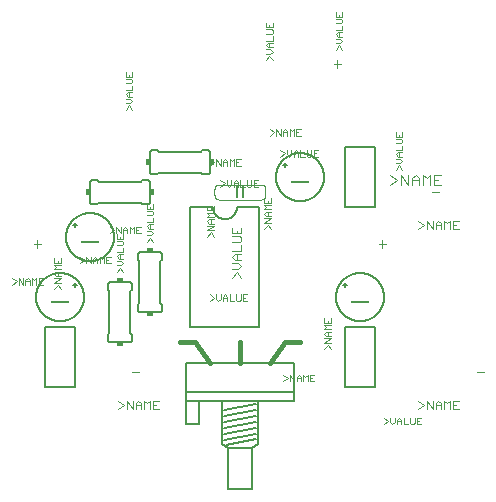
<source format=gto>
G75*
%MOIN*%
%OFA0B0*%
%FSLAX25Y25*%
%IPPOS*%
%LPD*%
%AMOC8*
5,1,8,0,0,1.08239X$1,22.5*
%
%ADD10C,0.00600*%
%ADD11C,0.00200*%
%ADD12R,0.06400X0.01000*%
%ADD13C,0.00400*%
%ADD14R,0.01000X0.04000*%
%ADD15C,0.00300*%
%ADD16C,0.00500*%
%ADD17R,0.01500X0.02000*%
%ADD18C,0.00800*%
%ADD19C,0.01600*%
%ADD20R,0.02000X0.01500*%
D10*
X0073627Y0051337D02*
X0073627Y0052837D01*
X0074127Y0053337D01*
X0074127Y0067337D01*
X0073627Y0067837D01*
X0073627Y0069337D01*
X0073629Y0069397D01*
X0073634Y0069458D01*
X0073643Y0069517D01*
X0073656Y0069576D01*
X0073672Y0069635D01*
X0073692Y0069692D01*
X0073715Y0069747D01*
X0073742Y0069802D01*
X0073771Y0069854D01*
X0073804Y0069905D01*
X0073840Y0069954D01*
X0073878Y0070000D01*
X0073920Y0070044D01*
X0073964Y0070086D01*
X0074010Y0070124D01*
X0074059Y0070160D01*
X0074110Y0070193D01*
X0074162Y0070222D01*
X0074217Y0070249D01*
X0074272Y0070272D01*
X0074329Y0070292D01*
X0074388Y0070308D01*
X0074447Y0070321D01*
X0074506Y0070330D01*
X0074567Y0070335D01*
X0074627Y0070337D01*
X0080627Y0070337D01*
X0080687Y0070335D01*
X0080748Y0070330D01*
X0080807Y0070321D01*
X0080866Y0070308D01*
X0080925Y0070292D01*
X0080982Y0070272D01*
X0081037Y0070249D01*
X0081092Y0070222D01*
X0081144Y0070193D01*
X0081195Y0070160D01*
X0081244Y0070124D01*
X0081290Y0070086D01*
X0081334Y0070044D01*
X0081376Y0070000D01*
X0081414Y0069954D01*
X0081450Y0069905D01*
X0081483Y0069854D01*
X0081512Y0069802D01*
X0081539Y0069747D01*
X0081562Y0069692D01*
X0081582Y0069635D01*
X0081598Y0069576D01*
X0081611Y0069517D01*
X0081620Y0069458D01*
X0081625Y0069397D01*
X0081627Y0069337D01*
X0081627Y0067837D01*
X0081127Y0067337D01*
X0081127Y0053337D01*
X0081627Y0052837D01*
X0081627Y0051337D01*
X0081625Y0051277D01*
X0081620Y0051216D01*
X0081611Y0051157D01*
X0081598Y0051098D01*
X0081582Y0051039D01*
X0081562Y0050982D01*
X0081539Y0050927D01*
X0081512Y0050872D01*
X0081483Y0050820D01*
X0081450Y0050769D01*
X0081414Y0050720D01*
X0081376Y0050674D01*
X0081334Y0050630D01*
X0081290Y0050588D01*
X0081244Y0050550D01*
X0081195Y0050514D01*
X0081144Y0050481D01*
X0081092Y0050452D01*
X0081037Y0050425D01*
X0080982Y0050402D01*
X0080925Y0050382D01*
X0080866Y0050366D01*
X0080807Y0050353D01*
X0080748Y0050344D01*
X0080687Y0050339D01*
X0080627Y0050337D01*
X0074627Y0050337D01*
X0074567Y0050339D01*
X0074506Y0050344D01*
X0074447Y0050353D01*
X0074388Y0050366D01*
X0074329Y0050382D01*
X0074272Y0050402D01*
X0074217Y0050425D01*
X0074162Y0050452D01*
X0074110Y0050481D01*
X0074059Y0050514D01*
X0074010Y0050550D01*
X0073964Y0050588D01*
X0073920Y0050630D01*
X0073878Y0050674D01*
X0073840Y0050720D01*
X0073804Y0050769D01*
X0073771Y0050820D01*
X0073742Y0050872D01*
X0073715Y0050927D01*
X0073692Y0050982D01*
X0073672Y0051039D01*
X0073656Y0051098D01*
X0073643Y0051157D01*
X0073634Y0051216D01*
X0073629Y0051277D01*
X0073627Y0051337D01*
X0073629Y0051277D01*
X0073634Y0051216D01*
X0073643Y0051157D01*
X0073656Y0051098D01*
X0073672Y0051039D01*
X0073692Y0050982D01*
X0073715Y0050927D01*
X0073742Y0050872D01*
X0073771Y0050820D01*
X0073804Y0050769D01*
X0073840Y0050720D01*
X0073878Y0050674D01*
X0073920Y0050630D01*
X0073964Y0050588D01*
X0074010Y0050550D01*
X0074059Y0050514D01*
X0074110Y0050481D01*
X0074162Y0050452D01*
X0074217Y0050425D01*
X0074272Y0050402D01*
X0074329Y0050382D01*
X0074388Y0050366D01*
X0074447Y0050353D01*
X0074506Y0050344D01*
X0074567Y0050339D01*
X0074627Y0050337D01*
X0080627Y0050337D02*
X0080687Y0050339D01*
X0080748Y0050344D01*
X0080807Y0050353D01*
X0080866Y0050366D01*
X0080925Y0050382D01*
X0080982Y0050402D01*
X0081037Y0050425D01*
X0081092Y0050452D01*
X0081144Y0050481D01*
X0081195Y0050514D01*
X0081244Y0050550D01*
X0081290Y0050588D01*
X0081334Y0050630D01*
X0081376Y0050674D01*
X0081414Y0050720D01*
X0081450Y0050769D01*
X0081483Y0050820D01*
X0081512Y0050872D01*
X0081539Y0050927D01*
X0081562Y0050982D01*
X0081582Y0051039D01*
X0081598Y0051098D01*
X0081611Y0051157D01*
X0081620Y0051216D01*
X0081625Y0051277D01*
X0081627Y0051337D01*
X0084627Y0060337D02*
X0090627Y0060337D01*
X0090687Y0060339D01*
X0090748Y0060344D01*
X0090807Y0060353D01*
X0090866Y0060366D01*
X0090925Y0060382D01*
X0090982Y0060402D01*
X0091037Y0060425D01*
X0091092Y0060452D01*
X0091144Y0060481D01*
X0091195Y0060514D01*
X0091244Y0060550D01*
X0091290Y0060588D01*
X0091334Y0060630D01*
X0091376Y0060674D01*
X0091414Y0060720D01*
X0091450Y0060769D01*
X0091483Y0060820D01*
X0091512Y0060872D01*
X0091539Y0060927D01*
X0091562Y0060982D01*
X0091582Y0061039D01*
X0091598Y0061098D01*
X0091611Y0061157D01*
X0091620Y0061216D01*
X0091625Y0061277D01*
X0091627Y0061337D01*
X0091627Y0062837D01*
X0091127Y0063337D01*
X0091127Y0077337D01*
X0091627Y0077837D01*
X0091627Y0079337D01*
X0091625Y0079397D01*
X0091620Y0079458D01*
X0091611Y0079517D01*
X0091598Y0079576D01*
X0091582Y0079635D01*
X0091562Y0079692D01*
X0091539Y0079747D01*
X0091512Y0079802D01*
X0091483Y0079854D01*
X0091450Y0079905D01*
X0091414Y0079954D01*
X0091376Y0080000D01*
X0091334Y0080044D01*
X0091290Y0080086D01*
X0091244Y0080124D01*
X0091195Y0080160D01*
X0091144Y0080193D01*
X0091092Y0080222D01*
X0091037Y0080249D01*
X0090982Y0080272D01*
X0090925Y0080292D01*
X0090866Y0080308D01*
X0090807Y0080321D01*
X0090748Y0080330D01*
X0090687Y0080335D01*
X0090627Y0080337D01*
X0084627Y0080337D01*
X0084567Y0080335D01*
X0084506Y0080330D01*
X0084447Y0080321D01*
X0084388Y0080308D01*
X0084329Y0080292D01*
X0084272Y0080272D01*
X0084217Y0080249D01*
X0084162Y0080222D01*
X0084110Y0080193D01*
X0084059Y0080160D01*
X0084010Y0080124D01*
X0083964Y0080086D01*
X0083920Y0080044D01*
X0083878Y0080000D01*
X0083840Y0079954D01*
X0083804Y0079905D01*
X0083771Y0079854D01*
X0083742Y0079802D01*
X0083715Y0079747D01*
X0083692Y0079692D01*
X0083672Y0079635D01*
X0083656Y0079576D01*
X0083643Y0079517D01*
X0083634Y0079458D01*
X0083629Y0079397D01*
X0083627Y0079337D01*
X0083627Y0077837D01*
X0084127Y0077337D01*
X0084127Y0063337D01*
X0083627Y0062837D01*
X0083627Y0061337D01*
X0083629Y0061277D01*
X0083634Y0061216D01*
X0083643Y0061157D01*
X0083656Y0061098D01*
X0083672Y0061039D01*
X0083692Y0060982D01*
X0083715Y0060927D01*
X0083742Y0060872D01*
X0083771Y0060820D01*
X0083804Y0060769D01*
X0083840Y0060720D01*
X0083878Y0060674D01*
X0083920Y0060630D01*
X0083964Y0060588D01*
X0084010Y0060550D01*
X0084059Y0060514D01*
X0084110Y0060481D01*
X0084162Y0060452D01*
X0084217Y0060425D01*
X0084272Y0060402D01*
X0084329Y0060382D01*
X0084388Y0060366D01*
X0084447Y0060353D01*
X0084506Y0060344D01*
X0084567Y0060339D01*
X0084627Y0060337D01*
X0084567Y0060339D01*
X0084506Y0060344D01*
X0084447Y0060353D01*
X0084388Y0060366D01*
X0084329Y0060382D01*
X0084272Y0060402D01*
X0084217Y0060425D01*
X0084162Y0060452D01*
X0084110Y0060481D01*
X0084059Y0060514D01*
X0084010Y0060550D01*
X0083964Y0060588D01*
X0083920Y0060630D01*
X0083878Y0060674D01*
X0083840Y0060720D01*
X0083804Y0060769D01*
X0083771Y0060820D01*
X0083742Y0060872D01*
X0083715Y0060927D01*
X0083692Y0060982D01*
X0083672Y0061039D01*
X0083656Y0061098D01*
X0083643Y0061157D01*
X0083634Y0061216D01*
X0083629Y0061277D01*
X0083627Y0061337D01*
X0090627Y0060337D02*
X0090687Y0060339D01*
X0090748Y0060344D01*
X0090807Y0060353D01*
X0090866Y0060366D01*
X0090925Y0060382D01*
X0090982Y0060402D01*
X0091037Y0060425D01*
X0091092Y0060452D01*
X0091144Y0060481D01*
X0091195Y0060514D01*
X0091244Y0060550D01*
X0091290Y0060588D01*
X0091334Y0060630D01*
X0091376Y0060674D01*
X0091414Y0060720D01*
X0091450Y0060769D01*
X0091483Y0060820D01*
X0091512Y0060872D01*
X0091539Y0060927D01*
X0091562Y0060982D01*
X0091582Y0061039D01*
X0091598Y0061098D01*
X0091611Y0061157D01*
X0091620Y0061216D01*
X0091625Y0061277D01*
X0091627Y0061337D01*
X0101127Y0055337D02*
X0124127Y0055337D01*
X0124127Y0095337D01*
X0116627Y0095337D01*
X0116625Y0095211D01*
X0116619Y0095086D01*
X0116609Y0094961D01*
X0116595Y0094836D01*
X0116578Y0094711D01*
X0116556Y0094587D01*
X0116531Y0094464D01*
X0116501Y0094342D01*
X0116468Y0094221D01*
X0116431Y0094101D01*
X0116391Y0093982D01*
X0116346Y0093865D01*
X0116298Y0093748D01*
X0116246Y0093634D01*
X0116191Y0093521D01*
X0116132Y0093410D01*
X0116070Y0093301D01*
X0116004Y0093194D01*
X0115935Y0093089D01*
X0115863Y0092986D01*
X0115788Y0092885D01*
X0115709Y0092787D01*
X0115627Y0092692D01*
X0115543Y0092599D01*
X0115455Y0092509D01*
X0115365Y0092421D01*
X0115272Y0092337D01*
X0115177Y0092255D01*
X0115079Y0092176D01*
X0114978Y0092101D01*
X0114875Y0092029D01*
X0114770Y0091960D01*
X0114663Y0091894D01*
X0114554Y0091832D01*
X0114443Y0091773D01*
X0114330Y0091718D01*
X0114216Y0091666D01*
X0114099Y0091618D01*
X0113982Y0091573D01*
X0113863Y0091533D01*
X0113743Y0091496D01*
X0113622Y0091463D01*
X0113500Y0091433D01*
X0113377Y0091408D01*
X0113253Y0091386D01*
X0113128Y0091369D01*
X0113003Y0091355D01*
X0112878Y0091345D01*
X0112753Y0091339D01*
X0112627Y0091337D01*
X0112501Y0091339D01*
X0112376Y0091345D01*
X0112251Y0091355D01*
X0112126Y0091369D01*
X0112001Y0091386D01*
X0111877Y0091408D01*
X0111754Y0091433D01*
X0111632Y0091463D01*
X0111511Y0091496D01*
X0111391Y0091533D01*
X0111272Y0091573D01*
X0111155Y0091618D01*
X0111038Y0091666D01*
X0110924Y0091718D01*
X0110811Y0091773D01*
X0110700Y0091832D01*
X0110591Y0091894D01*
X0110484Y0091960D01*
X0110379Y0092029D01*
X0110276Y0092101D01*
X0110175Y0092176D01*
X0110077Y0092255D01*
X0109982Y0092337D01*
X0109889Y0092421D01*
X0109799Y0092509D01*
X0109711Y0092599D01*
X0109627Y0092692D01*
X0109545Y0092787D01*
X0109466Y0092885D01*
X0109391Y0092986D01*
X0109319Y0093089D01*
X0109250Y0093194D01*
X0109184Y0093301D01*
X0109122Y0093410D01*
X0109063Y0093521D01*
X0109008Y0093634D01*
X0108956Y0093748D01*
X0108908Y0093865D01*
X0108863Y0093982D01*
X0108823Y0094101D01*
X0108786Y0094221D01*
X0108753Y0094342D01*
X0108723Y0094464D01*
X0108698Y0094587D01*
X0108676Y0094711D01*
X0108659Y0094836D01*
X0108645Y0094961D01*
X0108635Y0095086D01*
X0108629Y0095211D01*
X0108627Y0095337D01*
X0101127Y0095337D01*
X0101127Y0055337D01*
X0081627Y0069337D02*
X0081625Y0069397D01*
X0081620Y0069458D01*
X0081611Y0069517D01*
X0081598Y0069576D01*
X0081582Y0069635D01*
X0081562Y0069692D01*
X0081539Y0069747D01*
X0081512Y0069802D01*
X0081483Y0069854D01*
X0081450Y0069905D01*
X0081414Y0069954D01*
X0081376Y0070000D01*
X0081334Y0070044D01*
X0081290Y0070086D01*
X0081244Y0070124D01*
X0081195Y0070160D01*
X0081144Y0070193D01*
X0081092Y0070222D01*
X0081037Y0070249D01*
X0080982Y0070272D01*
X0080925Y0070292D01*
X0080866Y0070308D01*
X0080807Y0070321D01*
X0080748Y0070330D01*
X0080687Y0070335D01*
X0080627Y0070337D01*
X0074627Y0070337D02*
X0074567Y0070335D01*
X0074506Y0070330D01*
X0074447Y0070321D01*
X0074388Y0070308D01*
X0074329Y0070292D01*
X0074272Y0070272D01*
X0074217Y0070249D01*
X0074162Y0070222D01*
X0074110Y0070193D01*
X0074059Y0070160D01*
X0074010Y0070124D01*
X0073964Y0070086D01*
X0073920Y0070044D01*
X0073878Y0070000D01*
X0073840Y0069954D01*
X0073804Y0069905D01*
X0073771Y0069854D01*
X0073742Y0069802D01*
X0073715Y0069747D01*
X0073692Y0069692D01*
X0073672Y0069635D01*
X0073656Y0069576D01*
X0073643Y0069517D01*
X0073634Y0069458D01*
X0073629Y0069397D01*
X0073627Y0069337D01*
X0063377Y0069337D02*
X0062627Y0069337D01*
X0062627Y0068587D01*
X0062627Y0069337D02*
X0061877Y0069337D01*
X0062627Y0069337D02*
X0062627Y0070087D01*
X0049627Y0065337D02*
X0049629Y0065533D01*
X0049637Y0065730D01*
X0049649Y0065926D01*
X0049666Y0066121D01*
X0049687Y0066316D01*
X0049714Y0066511D01*
X0049745Y0066705D01*
X0049781Y0066898D01*
X0049821Y0067090D01*
X0049867Y0067281D01*
X0049917Y0067471D01*
X0049971Y0067659D01*
X0050031Y0067846D01*
X0050095Y0068032D01*
X0050163Y0068216D01*
X0050236Y0068398D01*
X0050313Y0068579D01*
X0050395Y0068757D01*
X0050481Y0068934D01*
X0050572Y0069108D01*
X0050666Y0069280D01*
X0050765Y0069450D01*
X0050868Y0069617D01*
X0050975Y0069782D01*
X0051086Y0069943D01*
X0051201Y0070103D01*
X0051320Y0070259D01*
X0051443Y0070412D01*
X0051569Y0070562D01*
X0051699Y0070709D01*
X0051833Y0070853D01*
X0051970Y0070994D01*
X0052111Y0071131D01*
X0052255Y0071265D01*
X0052402Y0071395D01*
X0052552Y0071521D01*
X0052705Y0071644D01*
X0052861Y0071763D01*
X0053021Y0071878D01*
X0053182Y0071989D01*
X0053347Y0072096D01*
X0053514Y0072199D01*
X0053684Y0072298D01*
X0053856Y0072392D01*
X0054030Y0072483D01*
X0054207Y0072569D01*
X0054385Y0072651D01*
X0054566Y0072728D01*
X0054748Y0072801D01*
X0054932Y0072869D01*
X0055118Y0072933D01*
X0055305Y0072993D01*
X0055493Y0073047D01*
X0055683Y0073097D01*
X0055874Y0073143D01*
X0056066Y0073183D01*
X0056259Y0073219D01*
X0056453Y0073250D01*
X0056648Y0073277D01*
X0056843Y0073298D01*
X0057038Y0073315D01*
X0057234Y0073327D01*
X0057431Y0073335D01*
X0057627Y0073337D01*
X0057823Y0073335D01*
X0058020Y0073327D01*
X0058216Y0073315D01*
X0058411Y0073298D01*
X0058606Y0073277D01*
X0058801Y0073250D01*
X0058995Y0073219D01*
X0059188Y0073183D01*
X0059380Y0073143D01*
X0059571Y0073097D01*
X0059761Y0073047D01*
X0059949Y0072993D01*
X0060136Y0072933D01*
X0060322Y0072869D01*
X0060506Y0072801D01*
X0060688Y0072728D01*
X0060869Y0072651D01*
X0061047Y0072569D01*
X0061224Y0072483D01*
X0061398Y0072392D01*
X0061570Y0072298D01*
X0061740Y0072199D01*
X0061907Y0072096D01*
X0062072Y0071989D01*
X0062233Y0071878D01*
X0062393Y0071763D01*
X0062549Y0071644D01*
X0062702Y0071521D01*
X0062852Y0071395D01*
X0062999Y0071265D01*
X0063143Y0071131D01*
X0063284Y0070994D01*
X0063421Y0070853D01*
X0063555Y0070709D01*
X0063685Y0070562D01*
X0063811Y0070412D01*
X0063934Y0070259D01*
X0064053Y0070103D01*
X0064168Y0069943D01*
X0064279Y0069782D01*
X0064386Y0069617D01*
X0064489Y0069450D01*
X0064588Y0069280D01*
X0064682Y0069108D01*
X0064773Y0068934D01*
X0064859Y0068757D01*
X0064941Y0068579D01*
X0065018Y0068398D01*
X0065091Y0068216D01*
X0065159Y0068032D01*
X0065223Y0067846D01*
X0065283Y0067659D01*
X0065337Y0067471D01*
X0065387Y0067281D01*
X0065433Y0067090D01*
X0065473Y0066898D01*
X0065509Y0066705D01*
X0065540Y0066511D01*
X0065567Y0066316D01*
X0065588Y0066121D01*
X0065605Y0065926D01*
X0065617Y0065730D01*
X0065625Y0065533D01*
X0065627Y0065337D01*
X0065625Y0065141D01*
X0065617Y0064944D01*
X0065605Y0064748D01*
X0065588Y0064553D01*
X0065567Y0064358D01*
X0065540Y0064163D01*
X0065509Y0063969D01*
X0065473Y0063776D01*
X0065433Y0063584D01*
X0065387Y0063393D01*
X0065337Y0063203D01*
X0065283Y0063015D01*
X0065223Y0062828D01*
X0065159Y0062642D01*
X0065091Y0062458D01*
X0065018Y0062276D01*
X0064941Y0062095D01*
X0064859Y0061917D01*
X0064773Y0061740D01*
X0064682Y0061566D01*
X0064588Y0061394D01*
X0064489Y0061224D01*
X0064386Y0061057D01*
X0064279Y0060892D01*
X0064168Y0060731D01*
X0064053Y0060571D01*
X0063934Y0060415D01*
X0063811Y0060262D01*
X0063685Y0060112D01*
X0063555Y0059965D01*
X0063421Y0059821D01*
X0063284Y0059680D01*
X0063143Y0059543D01*
X0062999Y0059409D01*
X0062852Y0059279D01*
X0062702Y0059153D01*
X0062549Y0059030D01*
X0062393Y0058911D01*
X0062233Y0058796D01*
X0062072Y0058685D01*
X0061907Y0058578D01*
X0061740Y0058475D01*
X0061570Y0058376D01*
X0061398Y0058282D01*
X0061224Y0058191D01*
X0061047Y0058105D01*
X0060869Y0058023D01*
X0060688Y0057946D01*
X0060506Y0057873D01*
X0060322Y0057805D01*
X0060136Y0057741D01*
X0059949Y0057681D01*
X0059761Y0057627D01*
X0059571Y0057577D01*
X0059380Y0057531D01*
X0059188Y0057491D01*
X0058995Y0057455D01*
X0058801Y0057424D01*
X0058606Y0057397D01*
X0058411Y0057376D01*
X0058216Y0057359D01*
X0058020Y0057347D01*
X0057823Y0057339D01*
X0057627Y0057337D01*
X0057431Y0057339D01*
X0057234Y0057347D01*
X0057038Y0057359D01*
X0056843Y0057376D01*
X0056648Y0057397D01*
X0056453Y0057424D01*
X0056259Y0057455D01*
X0056066Y0057491D01*
X0055874Y0057531D01*
X0055683Y0057577D01*
X0055493Y0057627D01*
X0055305Y0057681D01*
X0055118Y0057741D01*
X0054932Y0057805D01*
X0054748Y0057873D01*
X0054566Y0057946D01*
X0054385Y0058023D01*
X0054207Y0058105D01*
X0054030Y0058191D01*
X0053856Y0058282D01*
X0053684Y0058376D01*
X0053514Y0058475D01*
X0053347Y0058578D01*
X0053182Y0058685D01*
X0053021Y0058796D01*
X0052861Y0058911D01*
X0052705Y0059030D01*
X0052552Y0059153D01*
X0052402Y0059279D01*
X0052255Y0059409D01*
X0052111Y0059543D01*
X0051970Y0059680D01*
X0051833Y0059821D01*
X0051699Y0059965D01*
X0051569Y0060112D01*
X0051443Y0060262D01*
X0051320Y0060415D01*
X0051201Y0060571D01*
X0051086Y0060731D01*
X0050975Y0060892D01*
X0050868Y0061057D01*
X0050765Y0061224D01*
X0050666Y0061394D01*
X0050572Y0061566D01*
X0050481Y0061740D01*
X0050395Y0061917D01*
X0050313Y0062095D01*
X0050236Y0062276D01*
X0050163Y0062458D01*
X0050095Y0062642D01*
X0050031Y0062828D01*
X0049971Y0063015D01*
X0049917Y0063203D01*
X0049867Y0063393D01*
X0049821Y0063584D01*
X0049781Y0063776D01*
X0049745Y0063969D01*
X0049714Y0064163D01*
X0049687Y0064358D01*
X0049666Y0064553D01*
X0049649Y0064748D01*
X0049637Y0064944D01*
X0049629Y0065141D01*
X0049627Y0065337D01*
X0059627Y0085337D02*
X0059629Y0085533D01*
X0059637Y0085730D01*
X0059649Y0085926D01*
X0059666Y0086121D01*
X0059687Y0086316D01*
X0059714Y0086511D01*
X0059745Y0086705D01*
X0059781Y0086898D01*
X0059821Y0087090D01*
X0059867Y0087281D01*
X0059917Y0087471D01*
X0059971Y0087659D01*
X0060031Y0087846D01*
X0060095Y0088032D01*
X0060163Y0088216D01*
X0060236Y0088398D01*
X0060313Y0088579D01*
X0060395Y0088757D01*
X0060481Y0088934D01*
X0060572Y0089108D01*
X0060666Y0089280D01*
X0060765Y0089450D01*
X0060868Y0089617D01*
X0060975Y0089782D01*
X0061086Y0089943D01*
X0061201Y0090103D01*
X0061320Y0090259D01*
X0061443Y0090412D01*
X0061569Y0090562D01*
X0061699Y0090709D01*
X0061833Y0090853D01*
X0061970Y0090994D01*
X0062111Y0091131D01*
X0062255Y0091265D01*
X0062402Y0091395D01*
X0062552Y0091521D01*
X0062705Y0091644D01*
X0062861Y0091763D01*
X0063021Y0091878D01*
X0063182Y0091989D01*
X0063347Y0092096D01*
X0063514Y0092199D01*
X0063684Y0092298D01*
X0063856Y0092392D01*
X0064030Y0092483D01*
X0064207Y0092569D01*
X0064385Y0092651D01*
X0064566Y0092728D01*
X0064748Y0092801D01*
X0064932Y0092869D01*
X0065118Y0092933D01*
X0065305Y0092993D01*
X0065493Y0093047D01*
X0065683Y0093097D01*
X0065874Y0093143D01*
X0066066Y0093183D01*
X0066259Y0093219D01*
X0066453Y0093250D01*
X0066648Y0093277D01*
X0066843Y0093298D01*
X0067038Y0093315D01*
X0067234Y0093327D01*
X0067431Y0093335D01*
X0067627Y0093337D01*
X0067823Y0093335D01*
X0068020Y0093327D01*
X0068216Y0093315D01*
X0068411Y0093298D01*
X0068606Y0093277D01*
X0068801Y0093250D01*
X0068995Y0093219D01*
X0069188Y0093183D01*
X0069380Y0093143D01*
X0069571Y0093097D01*
X0069761Y0093047D01*
X0069949Y0092993D01*
X0070136Y0092933D01*
X0070322Y0092869D01*
X0070506Y0092801D01*
X0070688Y0092728D01*
X0070869Y0092651D01*
X0071047Y0092569D01*
X0071224Y0092483D01*
X0071398Y0092392D01*
X0071570Y0092298D01*
X0071740Y0092199D01*
X0071907Y0092096D01*
X0072072Y0091989D01*
X0072233Y0091878D01*
X0072393Y0091763D01*
X0072549Y0091644D01*
X0072702Y0091521D01*
X0072852Y0091395D01*
X0072999Y0091265D01*
X0073143Y0091131D01*
X0073284Y0090994D01*
X0073421Y0090853D01*
X0073555Y0090709D01*
X0073685Y0090562D01*
X0073811Y0090412D01*
X0073934Y0090259D01*
X0074053Y0090103D01*
X0074168Y0089943D01*
X0074279Y0089782D01*
X0074386Y0089617D01*
X0074489Y0089450D01*
X0074588Y0089280D01*
X0074682Y0089108D01*
X0074773Y0088934D01*
X0074859Y0088757D01*
X0074941Y0088579D01*
X0075018Y0088398D01*
X0075091Y0088216D01*
X0075159Y0088032D01*
X0075223Y0087846D01*
X0075283Y0087659D01*
X0075337Y0087471D01*
X0075387Y0087281D01*
X0075433Y0087090D01*
X0075473Y0086898D01*
X0075509Y0086705D01*
X0075540Y0086511D01*
X0075567Y0086316D01*
X0075588Y0086121D01*
X0075605Y0085926D01*
X0075617Y0085730D01*
X0075625Y0085533D01*
X0075627Y0085337D01*
X0075625Y0085141D01*
X0075617Y0084944D01*
X0075605Y0084748D01*
X0075588Y0084553D01*
X0075567Y0084358D01*
X0075540Y0084163D01*
X0075509Y0083969D01*
X0075473Y0083776D01*
X0075433Y0083584D01*
X0075387Y0083393D01*
X0075337Y0083203D01*
X0075283Y0083015D01*
X0075223Y0082828D01*
X0075159Y0082642D01*
X0075091Y0082458D01*
X0075018Y0082276D01*
X0074941Y0082095D01*
X0074859Y0081917D01*
X0074773Y0081740D01*
X0074682Y0081566D01*
X0074588Y0081394D01*
X0074489Y0081224D01*
X0074386Y0081057D01*
X0074279Y0080892D01*
X0074168Y0080731D01*
X0074053Y0080571D01*
X0073934Y0080415D01*
X0073811Y0080262D01*
X0073685Y0080112D01*
X0073555Y0079965D01*
X0073421Y0079821D01*
X0073284Y0079680D01*
X0073143Y0079543D01*
X0072999Y0079409D01*
X0072852Y0079279D01*
X0072702Y0079153D01*
X0072549Y0079030D01*
X0072393Y0078911D01*
X0072233Y0078796D01*
X0072072Y0078685D01*
X0071907Y0078578D01*
X0071740Y0078475D01*
X0071570Y0078376D01*
X0071398Y0078282D01*
X0071224Y0078191D01*
X0071047Y0078105D01*
X0070869Y0078023D01*
X0070688Y0077946D01*
X0070506Y0077873D01*
X0070322Y0077805D01*
X0070136Y0077741D01*
X0069949Y0077681D01*
X0069761Y0077627D01*
X0069571Y0077577D01*
X0069380Y0077531D01*
X0069188Y0077491D01*
X0068995Y0077455D01*
X0068801Y0077424D01*
X0068606Y0077397D01*
X0068411Y0077376D01*
X0068216Y0077359D01*
X0068020Y0077347D01*
X0067823Y0077339D01*
X0067627Y0077337D01*
X0067431Y0077339D01*
X0067234Y0077347D01*
X0067038Y0077359D01*
X0066843Y0077376D01*
X0066648Y0077397D01*
X0066453Y0077424D01*
X0066259Y0077455D01*
X0066066Y0077491D01*
X0065874Y0077531D01*
X0065683Y0077577D01*
X0065493Y0077627D01*
X0065305Y0077681D01*
X0065118Y0077741D01*
X0064932Y0077805D01*
X0064748Y0077873D01*
X0064566Y0077946D01*
X0064385Y0078023D01*
X0064207Y0078105D01*
X0064030Y0078191D01*
X0063856Y0078282D01*
X0063684Y0078376D01*
X0063514Y0078475D01*
X0063347Y0078578D01*
X0063182Y0078685D01*
X0063021Y0078796D01*
X0062861Y0078911D01*
X0062705Y0079030D01*
X0062552Y0079153D01*
X0062402Y0079279D01*
X0062255Y0079409D01*
X0062111Y0079543D01*
X0061970Y0079680D01*
X0061833Y0079821D01*
X0061699Y0079965D01*
X0061569Y0080112D01*
X0061443Y0080262D01*
X0061320Y0080415D01*
X0061201Y0080571D01*
X0061086Y0080731D01*
X0060975Y0080892D01*
X0060868Y0081057D01*
X0060765Y0081224D01*
X0060666Y0081394D01*
X0060572Y0081566D01*
X0060481Y0081740D01*
X0060395Y0081917D01*
X0060313Y0082095D01*
X0060236Y0082276D01*
X0060163Y0082458D01*
X0060095Y0082642D01*
X0060031Y0082828D01*
X0059971Y0083015D01*
X0059917Y0083203D01*
X0059867Y0083393D01*
X0059821Y0083584D01*
X0059781Y0083776D01*
X0059745Y0083969D01*
X0059714Y0084163D01*
X0059687Y0084358D01*
X0059666Y0084553D01*
X0059649Y0084748D01*
X0059637Y0084944D01*
X0059629Y0085141D01*
X0059627Y0085337D01*
X0062627Y0088587D02*
X0062627Y0089337D01*
X0063377Y0089337D01*
X0062627Y0089337D02*
X0062627Y0090087D01*
X0062627Y0089337D02*
X0061877Y0089337D01*
X0068627Y0096337D02*
X0070127Y0096337D01*
X0070627Y0096837D01*
X0084627Y0096837D01*
X0085127Y0096337D01*
X0086627Y0096337D01*
X0086687Y0096339D01*
X0086748Y0096344D01*
X0086807Y0096353D01*
X0086866Y0096366D01*
X0086925Y0096382D01*
X0086982Y0096402D01*
X0087037Y0096425D01*
X0087092Y0096452D01*
X0087144Y0096481D01*
X0087195Y0096514D01*
X0087244Y0096550D01*
X0087290Y0096588D01*
X0087334Y0096630D01*
X0087376Y0096674D01*
X0087414Y0096720D01*
X0087450Y0096769D01*
X0087483Y0096820D01*
X0087512Y0096872D01*
X0087539Y0096927D01*
X0087562Y0096982D01*
X0087582Y0097039D01*
X0087598Y0097098D01*
X0087611Y0097157D01*
X0087620Y0097216D01*
X0087625Y0097277D01*
X0087627Y0097337D01*
X0087627Y0103337D01*
X0087625Y0103397D01*
X0087620Y0103458D01*
X0087611Y0103517D01*
X0087598Y0103576D01*
X0087582Y0103635D01*
X0087562Y0103692D01*
X0087539Y0103747D01*
X0087512Y0103802D01*
X0087483Y0103854D01*
X0087450Y0103905D01*
X0087414Y0103954D01*
X0087376Y0104000D01*
X0087334Y0104044D01*
X0087290Y0104086D01*
X0087244Y0104124D01*
X0087195Y0104160D01*
X0087144Y0104193D01*
X0087092Y0104222D01*
X0087037Y0104249D01*
X0086982Y0104272D01*
X0086925Y0104292D01*
X0086866Y0104308D01*
X0086807Y0104321D01*
X0086748Y0104330D01*
X0086687Y0104335D01*
X0086627Y0104337D01*
X0085127Y0104337D01*
X0084627Y0103837D01*
X0070627Y0103837D01*
X0070127Y0104337D01*
X0068627Y0104337D01*
X0068567Y0104335D01*
X0068506Y0104330D01*
X0068447Y0104321D01*
X0068388Y0104308D01*
X0068329Y0104292D01*
X0068272Y0104272D01*
X0068217Y0104249D01*
X0068162Y0104222D01*
X0068110Y0104193D01*
X0068059Y0104160D01*
X0068010Y0104124D01*
X0067964Y0104086D01*
X0067920Y0104044D01*
X0067878Y0104000D01*
X0067840Y0103954D01*
X0067804Y0103905D01*
X0067771Y0103854D01*
X0067742Y0103802D01*
X0067715Y0103747D01*
X0067692Y0103692D01*
X0067672Y0103635D01*
X0067656Y0103576D01*
X0067643Y0103517D01*
X0067634Y0103458D01*
X0067629Y0103397D01*
X0067627Y0103337D01*
X0067627Y0097337D01*
X0067629Y0097277D01*
X0067634Y0097216D01*
X0067643Y0097157D01*
X0067656Y0097098D01*
X0067672Y0097039D01*
X0067692Y0096982D01*
X0067715Y0096927D01*
X0067742Y0096872D01*
X0067771Y0096820D01*
X0067804Y0096769D01*
X0067840Y0096720D01*
X0067878Y0096674D01*
X0067920Y0096630D01*
X0067964Y0096588D01*
X0068010Y0096550D01*
X0068059Y0096514D01*
X0068110Y0096481D01*
X0068162Y0096452D01*
X0068217Y0096425D01*
X0068272Y0096402D01*
X0068329Y0096382D01*
X0068388Y0096366D01*
X0068447Y0096353D01*
X0068506Y0096344D01*
X0068567Y0096339D01*
X0068627Y0096337D01*
X0068567Y0096339D01*
X0068506Y0096344D01*
X0068447Y0096353D01*
X0068388Y0096366D01*
X0068329Y0096382D01*
X0068272Y0096402D01*
X0068217Y0096425D01*
X0068162Y0096452D01*
X0068110Y0096481D01*
X0068059Y0096514D01*
X0068010Y0096550D01*
X0067964Y0096588D01*
X0067920Y0096630D01*
X0067878Y0096674D01*
X0067840Y0096720D01*
X0067804Y0096769D01*
X0067771Y0096820D01*
X0067742Y0096872D01*
X0067715Y0096927D01*
X0067692Y0096982D01*
X0067672Y0097039D01*
X0067656Y0097098D01*
X0067643Y0097157D01*
X0067634Y0097216D01*
X0067629Y0097277D01*
X0067627Y0097337D01*
X0067627Y0103337D02*
X0067629Y0103397D01*
X0067634Y0103458D01*
X0067643Y0103517D01*
X0067656Y0103576D01*
X0067672Y0103635D01*
X0067692Y0103692D01*
X0067715Y0103747D01*
X0067742Y0103802D01*
X0067771Y0103854D01*
X0067804Y0103905D01*
X0067840Y0103954D01*
X0067878Y0104000D01*
X0067920Y0104044D01*
X0067964Y0104086D01*
X0068010Y0104124D01*
X0068059Y0104160D01*
X0068110Y0104193D01*
X0068162Y0104222D01*
X0068217Y0104249D01*
X0068272Y0104272D01*
X0068329Y0104292D01*
X0068388Y0104308D01*
X0068447Y0104321D01*
X0068506Y0104330D01*
X0068567Y0104335D01*
X0068627Y0104337D01*
X0086627Y0104337D02*
X0086687Y0104335D01*
X0086748Y0104330D01*
X0086807Y0104321D01*
X0086866Y0104308D01*
X0086925Y0104292D01*
X0086982Y0104272D01*
X0087037Y0104249D01*
X0087092Y0104222D01*
X0087144Y0104193D01*
X0087195Y0104160D01*
X0087244Y0104124D01*
X0087290Y0104086D01*
X0087334Y0104044D01*
X0087376Y0104000D01*
X0087414Y0103954D01*
X0087450Y0103905D01*
X0087483Y0103854D01*
X0087512Y0103802D01*
X0087539Y0103747D01*
X0087562Y0103692D01*
X0087582Y0103635D01*
X0087598Y0103576D01*
X0087611Y0103517D01*
X0087620Y0103458D01*
X0087625Y0103397D01*
X0087627Y0103337D01*
X0088627Y0106337D02*
X0090127Y0106337D01*
X0090627Y0106837D01*
X0104627Y0106837D01*
X0105127Y0106337D01*
X0106627Y0106337D01*
X0106687Y0106339D01*
X0106748Y0106344D01*
X0106807Y0106353D01*
X0106866Y0106366D01*
X0106925Y0106382D01*
X0106982Y0106402D01*
X0107037Y0106425D01*
X0107092Y0106452D01*
X0107144Y0106481D01*
X0107195Y0106514D01*
X0107244Y0106550D01*
X0107290Y0106588D01*
X0107334Y0106630D01*
X0107376Y0106674D01*
X0107414Y0106720D01*
X0107450Y0106769D01*
X0107483Y0106820D01*
X0107512Y0106872D01*
X0107539Y0106927D01*
X0107562Y0106982D01*
X0107582Y0107039D01*
X0107598Y0107098D01*
X0107611Y0107157D01*
X0107620Y0107216D01*
X0107625Y0107277D01*
X0107627Y0107337D01*
X0107627Y0113337D01*
X0107625Y0113397D01*
X0107620Y0113458D01*
X0107611Y0113517D01*
X0107598Y0113576D01*
X0107582Y0113635D01*
X0107562Y0113692D01*
X0107539Y0113747D01*
X0107512Y0113802D01*
X0107483Y0113854D01*
X0107450Y0113905D01*
X0107414Y0113954D01*
X0107376Y0114000D01*
X0107334Y0114044D01*
X0107290Y0114086D01*
X0107244Y0114124D01*
X0107195Y0114160D01*
X0107144Y0114193D01*
X0107092Y0114222D01*
X0107037Y0114249D01*
X0106982Y0114272D01*
X0106925Y0114292D01*
X0106866Y0114308D01*
X0106807Y0114321D01*
X0106748Y0114330D01*
X0106687Y0114335D01*
X0106627Y0114337D01*
X0105127Y0114337D01*
X0104627Y0113837D01*
X0090627Y0113837D01*
X0090127Y0114337D01*
X0088627Y0114337D01*
X0088567Y0114335D01*
X0088506Y0114330D01*
X0088447Y0114321D01*
X0088388Y0114308D01*
X0088329Y0114292D01*
X0088272Y0114272D01*
X0088217Y0114249D01*
X0088162Y0114222D01*
X0088110Y0114193D01*
X0088059Y0114160D01*
X0088010Y0114124D01*
X0087964Y0114086D01*
X0087920Y0114044D01*
X0087878Y0114000D01*
X0087840Y0113954D01*
X0087804Y0113905D01*
X0087771Y0113854D01*
X0087742Y0113802D01*
X0087715Y0113747D01*
X0087692Y0113692D01*
X0087672Y0113635D01*
X0087656Y0113576D01*
X0087643Y0113517D01*
X0087634Y0113458D01*
X0087629Y0113397D01*
X0087627Y0113337D01*
X0087627Y0107337D01*
X0087629Y0107277D01*
X0087634Y0107216D01*
X0087643Y0107157D01*
X0087656Y0107098D01*
X0087672Y0107039D01*
X0087692Y0106982D01*
X0087715Y0106927D01*
X0087742Y0106872D01*
X0087771Y0106820D01*
X0087804Y0106769D01*
X0087840Y0106720D01*
X0087878Y0106674D01*
X0087920Y0106630D01*
X0087964Y0106588D01*
X0088010Y0106550D01*
X0088059Y0106514D01*
X0088110Y0106481D01*
X0088162Y0106452D01*
X0088217Y0106425D01*
X0088272Y0106402D01*
X0088329Y0106382D01*
X0088388Y0106366D01*
X0088447Y0106353D01*
X0088506Y0106344D01*
X0088567Y0106339D01*
X0088627Y0106337D01*
X0088567Y0106339D01*
X0088506Y0106344D01*
X0088447Y0106353D01*
X0088388Y0106366D01*
X0088329Y0106382D01*
X0088272Y0106402D01*
X0088217Y0106425D01*
X0088162Y0106452D01*
X0088110Y0106481D01*
X0088059Y0106514D01*
X0088010Y0106550D01*
X0087964Y0106588D01*
X0087920Y0106630D01*
X0087878Y0106674D01*
X0087840Y0106720D01*
X0087804Y0106769D01*
X0087771Y0106820D01*
X0087742Y0106872D01*
X0087715Y0106927D01*
X0087692Y0106982D01*
X0087672Y0107039D01*
X0087656Y0107098D01*
X0087643Y0107157D01*
X0087634Y0107216D01*
X0087629Y0107277D01*
X0087627Y0107337D01*
X0087627Y0113337D02*
X0087629Y0113397D01*
X0087634Y0113458D01*
X0087643Y0113517D01*
X0087656Y0113576D01*
X0087672Y0113635D01*
X0087692Y0113692D01*
X0087715Y0113747D01*
X0087742Y0113802D01*
X0087771Y0113854D01*
X0087804Y0113905D01*
X0087840Y0113954D01*
X0087878Y0114000D01*
X0087920Y0114044D01*
X0087964Y0114086D01*
X0088010Y0114124D01*
X0088059Y0114160D01*
X0088110Y0114193D01*
X0088162Y0114222D01*
X0088217Y0114249D01*
X0088272Y0114272D01*
X0088329Y0114292D01*
X0088388Y0114308D01*
X0088447Y0114321D01*
X0088506Y0114330D01*
X0088567Y0114335D01*
X0088627Y0114337D01*
X0106627Y0114337D02*
X0106687Y0114335D01*
X0106748Y0114330D01*
X0106807Y0114321D01*
X0106866Y0114308D01*
X0106925Y0114292D01*
X0106982Y0114272D01*
X0107037Y0114249D01*
X0107092Y0114222D01*
X0107144Y0114193D01*
X0107195Y0114160D01*
X0107244Y0114124D01*
X0107290Y0114086D01*
X0107334Y0114044D01*
X0107376Y0114000D01*
X0107414Y0113954D01*
X0107450Y0113905D01*
X0107483Y0113854D01*
X0107512Y0113802D01*
X0107539Y0113747D01*
X0107562Y0113692D01*
X0107582Y0113635D01*
X0107598Y0113576D01*
X0107611Y0113517D01*
X0107620Y0113458D01*
X0107625Y0113397D01*
X0107627Y0113337D01*
X0107627Y0107337D02*
X0107625Y0107277D01*
X0107620Y0107216D01*
X0107611Y0107157D01*
X0107598Y0107098D01*
X0107582Y0107039D01*
X0107562Y0106982D01*
X0107539Y0106927D01*
X0107512Y0106872D01*
X0107483Y0106820D01*
X0107450Y0106769D01*
X0107414Y0106720D01*
X0107376Y0106674D01*
X0107334Y0106630D01*
X0107290Y0106588D01*
X0107244Y0106550D01*
X0107195Y0106514D01*
X0107144Y0106481D01*
X0107092Y0106452D01*
X0107037Y0106425D01*
X0106982Y0106402D01*
X0106925Y0106382D01*
X0106866Y0106366D01*
X0106807Y0106353D01*
X0106748Y0106344D01*
X0106687Y0106339D01*
X0106627Y0106337D01*
X0087627Y0097337D02*
X0087625Y0097277D01*
X0087620Y0097216D01*
X0087611Y0097157D01*
X0087598Y0097098D01*
X0087582Y0097039D01*
X0087562Y0096982D01*
X0087539Y0096927D01*
X0087512Y0096872D01*
X0087483Y0096820D01*
X0087450Y0096769D01*
X0087414Y0096720D01*
X0087376Y0096674D01*
X0087334Y0096630D01*
X0087290Y0096588D01*
X0087244Y0096550D01*
X0087195Y0096514D01*
X0087144Y0096481D01*
X0087092Y0096452D01*
X0087037Y0096425D01*
X0086982Y0096402D01*
X0086925Y0096382D01*
X0086866Y0096366D01*
X0086807Y0096353D01*
X0086748Y0096344D01*
X0086687Y0096339D01*
X0086627Y0096337D01*
X0084627Y0080337D02*
X0084567Y0080335D01*
X0084506Y0080330D01*
X0084447Y0080321D01*
X0084388Y0080308D01*
X0084329Y0080292D01*
X0084272Y0080272D01*
X0084217Y0080249D01*
X0084162Y0080222D01*
X0084110Y0080193D01*
X0084059Y0080160D01*
X0084010Y0080124D01*
X0083964Y0080086D01*
X0083920Y0080044D01*
X0083878Y0080000D01*
X0083840Y0079954D01*
X0083804Y0079905D01*
X0083771Y0079854D01*
X0083742Y0079802D01*
X0083715Y0079747D01*
X0083692Y0079692D01*
X0083672Y0079635D01*
X0083656Y0079576D01*
X0083643Y0079517D01*
X0083634Y0079458D01*
X0083629Y0079397D01*
X0083627Y0079337D01*
X0090627Y0080337D02*
X0090687Y0080335D01*
X0090748Y0080330D01*
X0090807Y0080321D01*
X0090866Y0080308D01*
X0090925Y0080292D01*
X0090982Y0080272D01*
X0091037Y0080249D01*
X0091092Y0080222D01*
X0091144Y0080193D01*
X0091195Y0080160D01*
X0091244Y0080124D01*
X0091290Y0080086D01*
X0091334Y0080044D01*
X0091376Y0080000D01*
X0091414Y0079954D01*
X0091450Y0079905D01*
X0091483Y0079854D01*
X0091512Y0079802D01*
X0091539Y0079747D01*
X0091562Y0079692D01*
X0091582Y0079635D01*
X0091598Y0079576D01*
X0091611Y0079517D01*
X0091620Y0079458D01*
X0091625Y0079397D01*
X0091627Y0079337D01*
X0131877Y0109337D02*
X0132627Y0109337D01*
X0133377Y0109337D01*
X0132627Y0109337D02*
X0132627Y0108587D01*
X0132627Y0109337D02*
X0132627Y0110087D01*
X0129627Y0105337D02*
X0129629Y0105533D01*
X0129637Y0105730D01*
X0129649Y0105926D01*
X0129666Y0106121D01*
X0129687Y0106316D01*
X0129714Y0106511D01*
X0129745Y0106705D01*
X0129781Y0106898D01*
X0129821Y0107090D01*
X0129867Y0107281D01*
X0129917Y0107471D01*
X0129971Y0107659D01*
X0130031Y0107846D01*
X0130095Y0108032D01*
X0130163Y0108216D01*
X0130236Y0108398D01*
X0130313Y0108579D01*
X0130395Y0108757D01*
X0130481Y0108934D01*
X0130572Y0109108D01*
X0130666Y0109280D01*
X0130765Y0109450D01*
X0130868Y0109617D01*
X0130975Y0109782D01*
X0131086Y0109943D01*
X0131201Y0110103D01*
X0131320Y0110259D01*
X0131443Y0110412D01*
X0131569Y0110562D01*
X0131699Y0110709D01*
X0131833Y0110853D01*
X0131970Y0110994D01*
X0132111Y0111131D01*
X0132255Y0111265D01*
X0132402Y0111395D01*
X0132552Y0111521D01*
X0132705Y0111644D01*
X0132861Y0111763D01*
X0133021Y0111878D01*
X0133182Y0111989D01*
X0133347Y0112096D01*
X0133514Y0112199D01*
X0133684Y0112298D01*
X0133856Y0112392D01*
X0134030Y0112483D01*
X0134207Y0112569D01*
X0134385Y0112651D01*
X0134566Y0112728D01*
X0134748Y0112801D01*
X0134932Y0112869D01*
X0135118Y0112933D01*
X0135305Y0112993D01*
X0135493Y0113047D01*
X0135683Y0113097D01*
X0135874Y0113143D01*
X0136066Y0113183D01*
X0136259Y0113219D01*
X0136453Y0113250D01*
X0136648Y0113277D01*
X0136843Y0113298D01*
X0137038Y0113315D01*
X0137234Y0113327D01*
X0137431Y0113335D01*
X0137627Y0113337D01*
X0137823Y0113335D01*
X0138020Y0113327D01*
X0138216Y0113315D01*
X0138411Y0113298D01*
X0138606Y0113277D01*
X0138801Y0113250D01*
X0138995Y0113219D01*
X0139188Y0113183D01*
X0139380Y0113143D01*
X0139571Y0113097D01*
X0139761Y0113047D01*
X0139949Y0112993D01*
X0140136Y0112933D01*
X0140322Y0112869D01*
X0140506Y0112801D01*
X0140688Y0112728D01*
X0140869Y0112651D01*
X0141047Y0112569D01*
X0141224Y0112483D01*
X0141398Y0112392D01*
X0141570Y0112298D01*
X0141740Y0112199D01*
X0141907Y0112096D01*
X0142072Y0111989D01*
X0142233Y0111878D01*
X0142393Y0111763D01*
X0142549Y0111644D01*
X0142702Y0111521D01*
X0142852Y0111395D01*
X0142999Y0111265D01*
X0143143Y0111131D01*
X0143284Y0110994D01*
X0143421Y0110853D01*
X0143555Y0110709D01*
X0143685Y0110562D01*
X0143811Y0110412D01*
X0143934Y0110259D01*
X0144053Y0110103D01*
X0144168Y0109943D01*
X0144279Y0109782D01*
X0144386Y0109617D01*
X0144489Y0109450D01*
X0144588Y0109280D01*
X0144682Y0109108D01*
X0144773Y0108934D01*
X0144859Y0108757D01*
X0144941Y0108579D01*
X0145018Y0108398D01*
X0145091Y0108216D01*
X0145159Y0108032D01*
X0145223Y0107846D01*
X0145283Y0107659D01*
X0145337Y0107471D01*
X0145387Y0107281D01*
X0145433Y0107090D01*
X0145473Y0106898D01*
X0145509Y0106705D01*
X0145540Y0106511D01*
X0145567Y0106316D01*
X0145588Y0106121D01*
X0145605Y0105926D01*
X0145617Y0105730D01*
X0145625Y0105533D01*
X0145627Y0105337D01*
X0145625Y0105141D01*
X0145617Y0104944D01*
X0145605Y0104748D01*
X0145588Y0104553D01*
X0145567Y0104358D01*
X0145540Y0104163D01*
X0145509Y0103969D01*
X0145473Y0103776D01*
X0145433Y0103584D01*
X0145387Y0103393D01*
X0145337Y0103203D01*
X0145283Y0103015D01*
X0145223Y0102828D01*
X0145159Y0102642D01*
X0145091Y0102458D01*
X0145018Y0102276D01*
X0144941Y0102095D01*
X0144859Y0101917D01*
X0144773Y0101740D01*
X0144682Y0101566D01*
X0144588Y0101394D01*
X0144489Y0101224D01*
X0144386Y0101057D01*
X0144279Y0100892D01*
X0144168Y0100731D01*
X0144053Y0100571D01*
X0143934Y0100415D01*
X0143811Y0100262D01*
X0143685Y0100112D01*
X0143555Y0099965D01*
X0143421Y0099821D01*
X0143284Y0099680D01*
X0143143Y0099543D01*
X0142999Y0099409D01*
X0142852Y0099279D01*
X0142702Y0099153D01*
X0142549Y0099030D01*
X0142393Y0098911D01*
X0142233Y0098796D01*
X0142072Y0098685D01*
X0141907Y0098578D01*
X0141740Y0098475D01*
X0141570Y0098376D01*
X0141398Y0098282D01*
X0141224Y0098191D01*
X0141047Y0098105D01*
X0140869Y0098023D01*
X0140688Y0097946D01*
X0140506Y0097873D01*
X0140322Y0097805D01*
X0140136Y0097741D01*
X0139949Y0097681D01*
X0139761Y0097627D01*
X0139571Y0097577D01*
X0139380Y0097531D01*
X0139188Y0097491D01*
X0138995Y0097455D01*
X0138801Y0097424D01*
X0138606Y0097397D01*
X0138411Y0097376D01*
X0138216Y0097359D01*
X0138020Y0097347D01*
X0137823Y0097339D01*
X0137627Y0097337D01*
X0137431Y0097339D01*
X0137234Y0097347D01*
X0137038Y0097359D01*
X0136843Y0097376D01*
X0136648Y0097397D01*
X0136453Y0097424D01*
X0136259Y0097455D01*
X0136066Y0097491D01*
X0135874Y0097531D01*
X0135683Y0097577D01*
X0135493Y0097627D01*
X0135305Y0097681D01*
X0135118Y0097741D01*
X0134932Y0097805D01*
X0134748Y0097873D01*
X0134566Y0097946D01*
X0134385Y0098023D01*
X0134207Y0098105D01*
X0134030Y0098191D01*
X0133856Y0098282D01*
X0133684Y0098376D01*
X0133514Y0098475D01*
X0133347Y0098578D01*
X0133182Y0098685D01*
X0133021Y0098796D01*
X0132861Y0098911D01*
X0132705Y0099030D01*
X0132552Y0099153D01*
X0132402Y0099279D01*
X0132255Y0099409D01*
X0132111Y0099543D01*
X0131970Y0099680D01*
X0131833Y0099821D01*
X0131699Y0099965D01*
X0131569Y0100112D01*
X0131443Y0100262D01*
X0131320Y0100415D01*
X0131201Y0100571D01*
X0131086Y0100731D01*
X0130975Y0100892D01*
X0130868Y0101057D01*
X0130765Y0101224D01*
X0130666Y0101394D01*
X0130572Y0101566D01*
X0130481Y0101740D01*
X0130395Y0101917D01*
X0130313Y0102095D01*
X0130236Y0102276D01*
X0130163Y0102458D01*
X0130095Y0102642D01*
X0130031Y0102828D01*
X0129971Y0103015D01*
X0129917Y0103203D01*
X0129867Y0103393D01*
X0129821Y0103584D01*
X0129781Y0103776D01*
X0129745Y0103969D01*
X0129714Y0104163D01*
X0129687Y0104358D01*
X0129666Y0104553D01*
X0129649Y0104748D01*
X0129637Y0104944D01*
X0129629Y0105141D01*
X0129627Y0105337D01*
X0152627Y0070087D02*
X0152627Y0069337D01*
X0153377Y0069337D01*
X0152627Y0069337D02*
X0152627Y0068587D01*
X0152627Y0069337D02*
X0151877Y0069337D01*
X0149627Y0065337D02*
X0149629Y0065533D01*
X0149637Y0065730D01*
X0149649Y0065926D01*
X0149666Y0066121D01*
X0149687Y0066316D01*
X0149714Y0066511D01*
X0149745Y0066705D01*
X0149781Y0066898D01*
X0149821Y0067090D01*
X0149867Y0067281D01*
X0149917Y0067471D01*
X0149971Y0067659D01*
X0150031Y0067846D01*
X0150095Y0068032D01*
X0150163Y0068216D01*
X0150236Y0068398D01*
X0150313Y0068579D01*
X0150395Y0068757D01*
X0150481Y0068934D01*
X0150572Y0069108D01*
X0150666Y0069280D01*
X0150765Y0069450D01*
X0150868Y0069617D01*
X0150975Y0069782D01*
X0151086Y0069943D01*
X0151201Y0070103D01*
X0151320Y0070259D01*
X0151443Y0070412D01*
X0151569Y0070562D01*
X0151699Y0070709D01*
X0151833Y0070853D01*
X0151970Y0070994D01*
X0152111Y0071131D01*
X0152255Y0071265D01*
X0152402Y0071395D01*
X0152552Y0071521D01*
X0152705Y0071644D01*
X0152861Y0071763D01*
X0153021Y0071878D01*
X0153182Y0071989D01*
X0153347Y0072096D01*
X0153514Y0072199D01*
X0153684Y0072298D01*
X0153856Y0072392D01*
X0154030Y0072483D01*
X0154207Y0072569D01*
X0154385Y0072651D01*
X0154566Y0072728D01*
X0154748Y0072801D01*
X0154932Y0072869D01*
X0155118Y0072933D01*
X0155305Y0072993D01*
X0155493Y0073047D01*
X0155683Y0073097D01*
X0155874Y0073143D01*
X0156066Y0073183D01*
X0156259Y0073219D01*
X0156453Y0073250D01*
X0156648Y0073277D01*
X0156843Y0073298D01*
X0157038Y0073315D01*
X0157234Y0073327D01*
X0157431Y0073335D01*
X0157627Y0073337D01*
X0157823Y0073335D01*
X0158020Y0073327D01*
X0158216Y0073315D01*
X0158411Y0073298D01*
X0158606Y0073277D01*
X0158801Y0073250D01*
X0158995Y0073219D01*
X0159188Y0073183D01*
X0159380Y0073143D01*
X0159571Y0073097D01*
X0159761Y0073047D01*
X0159949Y0072993D01*
X0160136Y0072933D01*
X0160322Y0072869D01*
X0160506Y0072801D01*
X0160688Y0072728D01*
X0160869Y0072651D01*
X0161047Y0072569D01*
X0161224Y0072483D01*
X0161398Y0072392D01*
X0161570Y0072298D01*
X0161740Y0072199D01*
X0161907Y0072096D01*
X0162072Y0071989D01*
X0162233Y0071878D01*
X0162393Y0071763D01*
X0162549Y0071644D01*
X0162702Y0071521D01*
X0162852Y0071395D01*
X0162999Y0071265D01*
X0163143Y0071131D01*
X0163284Y0070994D01*
X0163421Y0070853D01*
X0163555Y0070709D01*
X0163685Y0070562D01*
X0163811Y0070412D01*
X0163934Y0070259D01*
X0164053Y0070103D01*
X0164168Y0069943D01*
X0164279Y0069782D01*
X0164386Y0069617D01*
X0164489Y0069450D01*
X0164588Y0069280D01*
X0164682Y0069108D01*
X0164773Y0068934D01*
X0164859Y0068757D01*
X0164941Y0068579D01*
X0165018Y0068398D01*
X0165091Y0068216D01*
X0165159Y0068032D01*
X0165223Y0067846D01*
X0165283Y0067659D01*
X0165337Y0067471D01*
X0165387Y0067281D01*
X0165433Y0067090D01*
X0165473Y0066898D01*
X0165509Y0066705D01*
X0165540Y0066511D01*
X0165567Y0066316D01*
X0165588Y0066121D01*
X0165605Y0065926D01*
X0165617Y0065730D01*
X0165625Y0065533D01*
X0165627Y0065337D01*
X0165625Y0065141D01*
X0165617Y0064944D01*
X0165605Y0064748D01*
X0165588Y0064553D01*
X0165567Y0064358D01*
X0165540Y0064163D01*
X0165509Y0063969D01*
X0165473Y0063776D01*
X0165433Y0063584D01*
X0165387Y0063393D01*
X0165337Y0063203D01*
X0165283Y0063015D01*
X0165223Y0062828D01*
X0165159Y0062642D01*
X0165091Y0062458D01*
X0165018Y0062276D01*
X0164941Y0062095D01*
X0164859Y0061917D01*
X0164773Y0061740D01*
X0164682Y0061566D01*
X0164588Y0061394D01*
X0164489Y0061224D01*
X0164386Y0061057D01*
X0164279Y0060892D01*
X0164168Y0060731D01*
X0164053Y0060571D01*
X0163934Y0060415D01*
X0163811Y0060262D01*
X0163685Y0060112D01*
X0163555Y0059965D01*
X0163421Y0059821D01*
X0163284Y0059680D01*
X0163143Y0059543D01*
X0162999Y0059409D01*
X0162852Y0059279D01*
X0162702Y0059153D01*
X0162549Y0059030D01*
X0162393Y0058911D01*
X0162233Y0058796D01*
X0162072Y0058685D01*
X0161907Y0058578D01*
X0161740Y0058475D01*
X0161570Y0058376D01*
X0161398Y0058282D01*
X0161224Y0058191D01*
X0161047Y0058105D01*
X0160869Y0058023D01*
X0160688Y0057946D01*
X0160506Y0057873D01*
X0160322Y0057805D01*
X0160136Y0057741D01*
X0159949Y0057681D01*
X0159761Y0057627D01*
X0159571Y0057577D01*
X0159380Y0057531D01*
X0159188Y0057491D01*
X0158995Y0057455D01*
X0158801Y0057424D01*
X0158606Y0057397D01*
X0158411Y0057376D01*
X0158216Y0057359D01*
X0158020Y0057347D01*
X0157823Y0057339D01*
X0157627Y0057337D01*
X0157431Y0057339D01*
X0157234Y0057347D01*
X0157038Y0057359D01*
X0156843Y0057376D01*
X0156648Y0057397D01*
X0156453Y0057424D01*
X0156259Y0057455D01*
X0156066Y0057491D01*
X0155874Y0057531D01*
X0155683Y0057577D01*
X0155493Y0057627D01*
X0155305Y0057681D01*
X0155118Y0057741D01*
X0154932Y0057805D01*
X0154748Y0057873D01*
X0154566Y0057946D01*
X0154385Y0058023D01*
X0154207Y0058105D01*
X0154030Y0058191D01*
X0153856Y0058282D01*
X0153684Y0058376D01*
X0153514Y0058475D01*
X0153347Y0058578D01*
X0153182Y0058685D01*
X0153021Y0058796D01*
X0152861Y0058911D01*
X0152705Y0059030D01*
X0152552Y0059153D01*
X0152402Y0059279D01*
X0152255Y0059409D01*
X0152111Y0059543D01*
X0151970Y0059680D01*
X0151833Y0059821D01*
X0151699Y0059965D01*
X0151569Y0060112D01*
X0151443Y0060262D01*
X0151320Y0060415D01*
X0151201Y0060571D01*
X0151086Y0060731D01*
X0150975Y0060892D01*
X0150868Y0061057D01*
X0150765Y0061224D01*
X0150666Y0061394D01*
X0150572Y0061566D01*
X0150481Y0061740D01*
X0150395Y0061917D01*
X0150313Y0062095D01*
X0150236Y0062276D01*
X0150163Y0062458D01*
X0150095Y0062642D01*
X0150031Y0062828D01*
X0149971Y0063015D01*
X0149917Y0063203D01*
X0149867Y0063393D01*
X0149821Y0063584D01*
X0149781Y0063776D01*
X0149745Y0063969D01*
X0149714Y0064163D01*
X0149687Y0064358D01*
X0149666Y0064553D01*
X0149649Y0064748D01*
X0149637Y0064944D01*
X0149629Y0065141D01*
X0149627Y0065337D01*
D11*
X0147927Y0058195D02*
X0147927Y0056727D01*
X0145726Y0056727D01*
X0145726Y0058195D01*
X0146827Y0057461D02*
X0146827Y0056727D01*
X0147927Y0055985D02*
X0145726Y0055985D01*
X0146460Y0055251D01*
X0145726Y0054517D01*
X0147927Y0054517D01*
X0147927Y0053775D02*
X0146460Y0053775D01*
X0145726Y0053041D01*
X0146460Y0052307D01*
X0147927Y0052307D01*
X0147927Y0051565D02*
X0145726Y0051565D01*
X0146827Y0052307D02*
X0146827Y0053775D01*
X0147927Y0051565D02*
X0145726Y0050097D01*
X0147927Y0050097D01*
X0146827Y0049355D02*
X0147927Y0047887D01*
X0146827Y0049355D02*
X0145726Y0047887D01*
X0142399Y0039439D02*
X0140931Y0039439D01*
X0140931Y0037237D01*
X0142399Y0037237D01*
X0141665Y0038338D02*
X0140931Y0038338D01*
X0140189Y0039439D02*
X0140189Y0037237D01*
X0138721Y0037237D02*
X0138721Y0039439D01*
X0139455Y0038705D01*
X0140189Y0039439D01*
X0137979Y0038705D02*
X0137979Y0037237D01*
X0137979Y0038338D02*
X0136511Y0038338D01*
X0136511Y0038705D02*
X0137245Y0039439D01*
X0137979Y0038705D01*
X0136511Y0038705D02*
X0136511Y0037237D01*
X0135769Y0037237D02*
X0135769Y0039439D01*
X0134301Y0039439D02*
X0135769Y0037237D01*
X0134301Y0037237D02*
X0134301Y0039439D01*
X0133559Y0038338D02*
X0132092Y0037237D01*
X0133559Y0038338D02*
X0132092Y0039439D01*
X0120023Y0064037D02*
X0118555Y0064037D01*
X0118555Y0066239D01*
X0120023Y0066239D01*
X0119289Y0065138D02*
X0118555Y0065138D01*
X0117813Y0064404D02*
X0117813Y0066239D01*
X0116345Y0066239D02*
X0116345Y0064404D01*
X0116712Y0064037D01*
X0117446Y0064037D01*
X0117813Y0064404D01*
X0115603Y0064037D02*
X0114135Y0064037D01*
X0114135Y0066239D01*
X0113393Y0065505D02*
X0113393Y0064037D01*
X0113393Y0065138D02*
X0111925Y0065138D01*
X0111925Y0065505D02*
X0112659Y0066239D01*
X0113393Y0065505D01*
X0111925Y0065505D02*
X0111925Y0064037D01*
X0111183Y0064771D02*
X0111183Y0066239D01*
X0109715Y0066239D02*
X0109715Y0064771D01*
X0110449Y0064037D01*
X0111183Y0064771D01*
X0108973Y0065138D02*
X0107505Y0064037D01*
X0108973Y0065138D02*
X0107505Y0066239D01*
X0088727Y0083696D02*
X0087627Y0085164D01*
X0086526Y0083696D01*
X0086526Y0085906D02*
X0087993Y0085906D01*
X0088727Y0086640D01*
X0087993Y0087374D01*
X0086526Y0087374D01*
X0087260Y0088116D02*
X0086526Y0088850D01*
X0087260Y0089584D01*
X0088727Y0089584D01*
X0088727Y0090326D02*
X0088727Y0091794D01*
X0088360Y0092536D02*
X0088727Y0092903D01*
X0088727Y0093637D01*
X0088360Y0094004D01*
X0086526Y0094004D01*
X0086526Y0094746D02*
X0088727Y0094746D01*
X0088727Y0096213D01*
X0087627Y0095480D02*
X0087627Y0094746D01*
X0086526Y0094746D02*
X0086526Y0096213D01*
X0086526Y0092536D02*
X0088360Y0092536D01*
X0088727Y0090326D02*
X0086526Y0090326D01*
X0087627Y0089584D02*
X0087627Y0088116D01*
X0087260Y0088116D02*
X0088727Y0088116D01*
X0084485Y0088739D02*
X0083017Y0088739D01*
X0083017Y0086537D01*
X0084485Y0086537D01*
X0083751Y0087638D02*
X0083017Y0087638D01*
X0082275Y0088739D02*
X0082275Y0086537D01*
X0080807Y0086537D02*
X0080807Y0088739D01*
X0081541Y0088005D01*
X0082275Y0088739D01*
X0080066Y0088005D02*
X0080066Y0086537D01*
X0080066Y0087638D02*
X0078598Y0087638D01*
X0078598Y0088005D02*
X0078598Y0086537D01*
X0078727Y0086213D02*
X0078727Y0084746D01*
X0076526Y0084746D01*
X0076526Y0086213D01*
X0076388Y0086537D02*
X0076388Y0088739D01*
X0077856Y0086537D01*
X0077856Y0088739D01*
X0078598Y0088005D02*
X0079332Y0088739D01*
X0080066Y0088005D01*
X0077627Y0085480D02*
X0077627Y0084746D01*
X0078360Y0084004D02*
X0076526Y0084004D01*
X0076526Y0082536D02*
X0078360Y0082536D01*
X0078727Y0082903D01*
X0078727Y0083637D01*
X0078360Y0084004D01*
X0078727Y0081794D02*
X0078727Y0080326D01*
X0076526Y0080326D01*
X0077260Y0079584D02*
X0076526Y0078850D01*
X0077260Y0078116D01*
X0078727Y0078116D01*
X0077993Y0077374D02*
X0076526Y0077374D01*
X0077627Y0078116D02*
X0077627Y0079584D01*
X0077260Y0079584D02*
X0078727Y0079584D01*
X0077993Y0077374D02*
X0078727Y0076640D01*
X0077993Y0075906D01*
X0076526Y0075906D01*
X0077627Y0075164D02*
X0076526Y0073696D01*
X0077627Y0075164D02*
X0078727Y0073696D01*
X0074485Y0076537D02*
X0073017Y0076537D01*
X0073017Y0078739D01*
X0074485Y0078739D01*
X0073751Y0077638D02*
X0073017Y0077638D01*
X0072275Y0078739D02*
X0072275Y0076537D01*
X0070807Y0076537D02*
X0070807Y0078739D01*
X0071541Y0078005D01*
X0072275Y0078739D01*
X0070066Y0078005D02*
X0070066Y0076537D01*
X0070066Y0077638D02*
X0068598Y0077638D01*
X0068598Y0078005D02*
X0069332Y0078739D01*
X0070066Y0078005D01*
X0068598Y0078005D02*
X0068598Y0076537D01*
X0067856Y0076537D02*
X0067856Y0078739D01*
X0066388Y0078739D02*
X0066388Y0076537D01*
X0065646Y0077638D02*
X0064178Y0076537D01*
X0065646Y0077638D02*
X0064178Y0078739D01*
X0066388Y0078739D02*
X0067856Y0076537D01*
X0057927Y0076727D02*
X0057927Y0078195D01*
X0056827Y0077461D02*
X0056827Y0076727D01*
X0057927Y0076727D02*
X0055726Y0076727D01*
X0055726Y0078195D01*
X0055726Y0075985D02*
X0057927Y0075985D01*
X0057927Y0074517D02*
X0055726Y0074517D01*
X0056460Y0075251D01*
X0055726Y0075985D01*
X0056460Y0073775D02*
X0057927Y0073775D01*
X0056827Y0073775D02*
X0056827Y0072307D01*
X0056460Y0072307D02*
X0057927Y0072307D01*
X0057927Y0071565D02*
X0055726Y0071565D01*
X0056460Y0072307D02*
X0055726Y0073041D01*
X0056460Y0073775D01*
X0057927Y0071565D02*
X0055726Y0070097D01*
X0057927Y0070097D01*
X0056827Y0069355D02*
X0057927Y0067887D01*
X0056827Y0069355D02*
X0055726Y0067887D01*
X0051985Y0069437D02*
X0050517Y0069437D01*
X0050517Y0071639D01*
X0051985Y0071639D01*
X0051251Y0070538D02*
X0050517Y0070538D01*
X0049775Y0071639D02*
X0049041Y0070905D01*
X0048307Y0071639D01*
X0048307Y0069437D01*
X0047566Y0069437D02*
X0047566Y0070905D01*
X0046832Y0071639D01*
X0046098Y0070905D01*
X0046098Y0069437D01*
X0045356Y0069437D02*
X0045356Y0071639D01*
X0046098Y0070538D02*
X0047566Y0070538D01*
X0049775Y0071639D02*
X0049775Y0069437D01*
X0045356Y0069437D02*
X0043888Y0071639D01*
X0043888Y0069437D01*
X0043146Y0070538D02*
X0041678Y0069437D01*
X0043146Y0070538D02*
X0041678Y0071639D01*
X0074178Y0086537D02*
X0075646Y0087638D01*
X0074178Y0088739D01*
X0106726Y0089065D02*
X0108927Y0089065D01*
X0106726Y0087597D01*
X0108927Y0087597D01*
X0107827Y0086855D02*
X0108927Y0085387D01*
X0107827Y0086855D02*
X0106726Y0085387D01*
X0107460Y0089807D02*
X0106726Y0090541D01*
X0107460Y0091275D01*
X0108927Y0091275D01*
X0108927Y0092017D02*
X0106726Y0092017D01*
X0107460Y0092751D01*
X0106726Y0093485D01*
X0108927Y0093485D01*
X0108927Y0094227D02*
X0108927Y0095695D01*
X0107827Y0094961D02*
X0107827Y0094227D01*
X0108927Y0094227D02*
X0106726Y0094227D01*
X0106726Y0095695D01*
X0107827Y0091275D02*
X0107827Y0089807D01*
X0107460Y0089807D02*
X0108927Y0089807D01*
X0111105Y0102137D02*
X0112573Y0103238D01*
X0111105Y0104339D01*
X0112573Y0103238D01*
X0111105Y0102137D01*
X0113315Y0102871D02*
X0114049Y0102137D01*
X0114783Y0102871D01*
X0114783Y0104339D01*
X0114783Y0102871D01*
X0114049Y0102137D01*
X0113315Y0102871D01*
X0113315Y0104339D01*
X0113315Y0102871D01*
X0115525Y0103238D02*
X0116993Y0103238D01*
X0115525Y0103238D01*
X0115525Y0103605D02*
X0116259Y0104339D01*
X0116993Y0103605D01*
X0116993Y0102137D01*
X0116993Y0103605D01*
X0116259Y0104339D01*
X0115525Y0103605D01*
X0115525Y0102137D01*
X0115525Y0103605D01*
X0117735Y0104339D02*
X0117735Y0102137D01*
X0119203Y0102137D01*
X0117735Y0102137D01*
X0117735Y0104339D01*
X0119945Y0104339D02*
X0119945Y0102504D01*
X0120312Y0102137D01*
X0121046Y0102137D01*
X0121413Y0102504D01*
X0121413Y0104339D01*
X0121413Y0102504D01*
X0121046Y0102137D01*
X0120312Y0102137D01*
X0119945Y0102504D01*
X0119945Y0104339D01*
X0122155Y0104339D02*
X0122155Y0102137D01*
X0123623Y0102137D01*
X0122155Y0102137D01*
X0122155Y0104339D01*
X0123623Y0104339D01*
X0122155Y0104339D01*
X0122155Y0103238D02*
X0122889Y0103238D01*
X0122155Y0103238D01*
X0125726Y0098195D02*
X0125726Y0096727D01*
X0127927Y0096727D01*
X0127927Y0098195D01*
X0126827Y0097461D02*
X0126827Y0096727D01*
X0127927Y0095985D02*
X0125726Y0095985D01*
X0126460Y0095251D01*
X0125726Y0094517D01*
X0127927Y0094517D01*
X0127927Y0093775D02*
X0126460Y0093775D01*
X0125726Y0093041D01*
X0126460Y0092307D01*
X0127927Y0092307D01*
X0127927Y0091565D02*
X0125726Y0091565D01*
X0126827Y0092307D02*
X0126827Y0093775D01*
X0127927Y0091565D02*
X0125726Y0090097D01*
X0127927Y0090097D01*
X0126827Y0089355D02*
X0127927Y0087887D01*
X0126827Y0089355D02*
X0125726Y0087887D01*
X0117813Y0109137D02*
X0116345Y0109137D01*
X0116345Y0111339D01*
X0117813Y0111339D01*
X0116345Y0111339D01*
X0116345Y0109137D01*
X0117813Y0109137D01*
X0117079Y0110238D02*
X0116345Y0110238D01*
X0117079Y0110238D01*
X0115603Y0111339D02*
X0115603Y0109137D01*
X0115603Y0111339D01*
X0114869Y0110605D01*
X0114135Y0111339D01*
X0114135Y0109137D01*
X0114135Y0111339D01*
X0114869Y0110605D01*
X0115603Y0111339D01*
X0113393Y0110605D02*
X0113393Y0109137D01*
X0113393Y0110605D01*
X0112659Y0111339D01*
X0111925Y0110605D01*
X0111925Y0109137D01*
X0111925Y0110605D01*
X0112659Y0111339D01*
X0113393Y0110605D01*
X0113393Y0110238D02*
X0111925Y0110238D01*
X0113393Y0110238D01*
X0111183Y0109137D02*
X0111183Y0111339D01*
X0111183Y0109137D01*
X0109715Y0111339D01*
X0109715Y0109137D01*
X0109715Y0111339D01*
X0111183Y0109137D01*
X0108973Y0110238D02*
X0107505Y0111339D01*
X0108973Y0110238D01*
X0107505Y0109137D01*
X0108973Y0110238D01*
X0127505Y0119137D02*
X0128973Y0120238D01*
X0127505Y0121339D01*
X0128973Y0120238D01*
X0127505Y0119137D01*
X0129715Y0119137D02*
X0129715Y0121339D01*
X0131183Y0119137D01*
X0131183Y0121339D01*
X0131183Y0119137D01*
X0129715Y0121339D01*
X0129715Y0119137D01*
X0131925Y0119137D02*
X0131925Y0120605D01*
X0132659Y0121339D01*
X0133393Y0120605D01*
X0133393Y0119137D01*
X0133393Y0120605D01*
X0132659Y0121339D01*
X0131925Y0120605D01*
X0131925Y0119137D01*
X0131925Y0120238D02*
X0133393Y0120238D01*
X0131925Y0120238D01*
X0134135Y0121339D02*
X0134869Y0120605D01*
X0135603Y0121339D01*
X0135603Y0119137D01*
X0135603Y0121339D01*
X0134869Y0120605D01*
X0134135Y0121339D01*
X0134135Y0119137D01*
X0134135Y0121339D01*
X0136345Y0121339D02*
X0136345Y0119137D01*
X0137813Y0119137D01*
X0136345Y0119137D01*
X0136345Y0121339D01*
X0137813Y0121339D01*
X0136345Y0121339D01*
X0136345Y0120238D02*
X0137079Y0120238D01*
X0136345Y0120238D01*
X0136259Y0114339D02*
X0136993Y0113605D01*
X0136993Y0112137D01*
X0136993Y0113605D01*
X0136259Y0114339D01*
X0135525Y0113605D01*
X0135525Y0112137D01*
X0135525Y0113605D01*
X0136259Y0114339D01*
X0135525Y0113238D02*
X0136993Y0113238D01*
X0135525Y0113238D01*
X0134783Y0112871D02*
X0134783Y0114339D01*
X0134783Y0112871D01*
X0134049Y0112137D01*
X0133315Y0112871D01*
X0133315Y0114339D01*
X0133315Y0112871D01*
X0134049Y0112137D01*
X0134783Y0112871D01*
X0132573Y0113238D02*
X0131105Y0112137D01*
X0132573Y0113238D01*
X0131105Y0114339D01*
X0132573Y0113238D01*
X0137735Y0114339D02*
X0137735Y0112137D01*
X0139203Y0112137D01*
X0137735Y0112137D01*
X0137735Y0114339D01*
X0139945Y0114339D02*
X0139945Y0112504D01*
X0140312Y0112137D01*
X0141046Y0112137D01*
X0141413Y0112504D01*
X0141413Y0114339D01*
X0141413Y0112504D01*
X0141046Y0112137D01*
X0140312Y0112137D01*
X0139945Y0112504D01*
X0139945Y0114339D01*
X0142155Y0114339D02*
X0142155Y0112137D01*
X0143623Y0112137D01*
X0142155Y0112137D01*
X0142155Y0114339D01*
X0143623Y0114339D01*
X0142155Y0114339D01*
X0142155Y0113238D02*
X0142889Y0113238D01*
X0142155Y0113238D01*
X0169576Y0112869D02*
X0170310Y0113603D01*
X0171777Y0113603D01*
X0171777Y0114344D02*
X0169576Y0114344D01*
X0170677Y0113603D02*
X0170677Y0112135D01*
X0170310Y0112135D02*
X0169576Y0112869D01*
X0170310Y0112135D02*
X0171777Y0112135D01*
X0171043Y0111393D02*
X0169576Y0111393D01*
X0171043Y0111393D02*
X0171777Y0110659D01*
X0171043Y0109925D01*
X0169576Y0109925D01*
X0170677Y0109183D02*
X0169576Y0107715D01*
X0170677Y0109183D02*
X0171777Y0107715D01*
X0171777Y0114344D02*
X0171777Y0115812D01*
X0171410Y0116554D02*
X0171777Y0116921D01*
X0171777Y0117655D01*
X0171410Y0118022D01*
X0169576Y0118022D01*
X0169576Y0118764D02*
X0171777Y0118764D01*
X0171777Y0120232D01*
X0170677Y0119498D02*
X0170677Y0118764D01*
X0169576Y0118764D02*
X0169576Y0120232D01*
X0169576Y0116554D02*
X0171410Y0116554D01*
X0151777Y0147715D02*
X0150677Y0149183D01*
X0149576Y0147715D01*
X0149576Y0149925D02*
X0151043Y0149925D01*
X0151777Y0150659D01*
X0151043Y0151393D01*
X0149576Y0151393D01*
X0150310Y0152135D02*
X0149576Y0152869D01*
X0150310Y0153603D01*
X0151777Y0153603D01*
X0151777Y0154344D02*
X0151777Y0155812D01*
X0151410Y0156554D02*
X0149576Y0156554D01*
X0149576Y0158022D02*
X0151410Y0158022D01*
X0151777Y0157655D01*
X0151777Y0156921D01*
X0151410Y0156554D01*
X0151777Y0158764D02*
X0149576Y0158764D01*
X0149576Y0160232D01*
X0150677Y0159498D02*
X0150677Y0158764D01*
X0151777Y0158764D02*
X0151777Y0160232D01*
X0151777Y0154344D02*
X0149576Y0154344D01*
X0150677Y0153603D02*
X0150677Y0152135D01*
X0150310Y0152135D02*
X0151777Y0152135D01*
X0128527Y0152312D02*
X0128527Y0150844D01*
X0126326Y0150844D01*
X0127060Y0150103D02*
X0128527Y0150103D01*
X0127427Y0150103D02*
X0127427Y0148635D01*
X0127060Y0148635D02*
X0126326Y0149369D01*
X0127060Y0150103D01*
X0127060Y0148635D02*
X0128527Y0148635D01*
X0127793Y0147893D02*
X0126326Y0147893D01*
X0127793Y0147893D02*
X0128527Y0147159D01*
X0127793Y0146425D01*
X0126326Y0146425D01*
X0127427Y0145683D02*
X0128527Y0144215D01*
X0127427Y0145683D02*
X0126326Y0144215D01*
X0126326Y0153054D02*
X0128160Y0153054D01*
X0128527Y0153421D01*
X0128527Y0154155D01*
X0128160Y0154522D01*
X0126326Y0154522D01*
X0126326Y0155264D02*
X0128527Y0155264D01*
X0128527Y0156732D01*
X0127427Y0155998D02*
X0127427Y0155264D01*
X0126326Y0155264D02*
X0126326Y0156732D01*
X0081777Y0140232D02*
X0081777Y0138764D01*
X0079576Y0138764D01*
X0079576Y0140232D01*
X0080677Y0139498D02*
X0080677Y0138764D01*
X0081410Y0138022D02*
X0079576Y0138022D01*
X0079576Y0136554D02*
X0081410Y0136554D01*
X0081777Y0136921D01*
X0081777Y0137655D01*
X0081410Y0138022D01*
X0081777Y0135812D02*
X0081777Y0134344D01*
X0079576Y0134344D01*
X0080310Y0133603D02*
X0081777Y0133603D01*
X0080677Y0133603D02*
X0080677Y0132135D01*
X0080310Y0132135D02*
X0079576Y0132869D01*
X0080310Y0133603D01*
X0080310Y0132135D02*
X0081777Y0132135D01*
X0081043Y0131393D02*
X0079576Y0131393D01*
X0081043Y0131393D02*
X0081777Y0130659D01*
X0081043Y0129925D01*
X0079576Y0129925D01*
X0080677Y0129183D02*
X0081777Y0127715D01*
X0080677Y0129183D02*
X0079576Y0127715D01*
X0165505Y0025139D02*
X0166973Y0024038D01*
X0165505Y0022937D01*
X0167715Y0023671D02*
X0167715Y0025139D01*
X0167715Y0023671D02*
X0168449Y0022937D01*
X0169183Y0023671D01*
X0169183Y0025139D01*
X0169925Y0024405D02*
X0170659Y0025139D01*
X0171393Y0024405D01*
X0171393Y0022937D01*
X0172135Y0022937D02*
X0172135Y0025139D01*
X0171393Y0024038D02*
X0169925Y0024038D01*
X0169925Y0024405D02*
X0169925Y0022937D01*
X0172135Y0022937D02*
X0173603Y0022937D01*
X0174345Y0023304D02*
X0174345Y0025139D01*
X0175813Y0025139D02*
X0175813Y0023304D01*
X0175446Y0022937D01*
X0174712Y0022937D01*
X0174345Y0023304D01*
X0176555Y0022937D02*
X0176555Y0025139D01*
X0178023Y0025139D01*
X0177289Y0024038D02*
X0176555Y0024038D01*
X0176555Y0022937D02*
X0178023Y0022937D01*
D12*
X0157627Y0063837D03*
X0137627Y0103837D03*
X0067627Y0083837D03*
X0057627Y0063837D03*
D13*
X0109127Y0099337D02*
X0109127Y0101337D01*
X0109129Y0101413D01*
X0109135Y0101489D01*
X0109144Y0101564D01*
X0109158Y0101639D01*
X0109175Y0101713D01*
X0109196Y0101786D01*
X0109220Y0101858D01*
X0109249Y0101929D01*
X0109280Y0101998D01*
X0109315Y0102065D01*
X0109354Y0102130D01*
X0109396Y0102194D01*
X0109441Y0102255D01*
X0109489Y0102314D01*
X0109540Y0102370D01*
X0109594Y0102424D01*
X0109650Y0102475D01*
X0109709Y0102523D01*
X0109770Y0102568D01*
X0109834Y0102610D01*
X0109899Y0102649D01*
X0109966Y0102684D01*
X0110035Y0102715D01*
X0110106Y0102744D01*
X0110178Y0102768D01*
X0110251Y0102789D01*
X0110325Y0102806D01*
X0110400Y0102820D01*
X0110475Y0102829D01*
X0110551Y0102835D01*
X0110627Y0102837D01*
X0124627Y0102837D01*
X0124703Y0102835D01*
X0124779Y0102829D01*
X0124854Y0102820D01*
X0124929Y0102806D01*
X0125003Y0102789D01*
X0125076Y0102768D01*
X0125148Y0102744D01*
X0125219Y0102715D01*
X0125288Y0102684D01*
X0125355Y0102649D01*
X0125420Y0102610D01*
X0125484Y0102568D01*
X0125545Y0102523D01*
X0125604Y0102475D01*
X0125660Y0102424D01*
X0125714Y0102370D01*
X0125765Y0102314D01*
X0125813Y0102255D01*
X0125858Y0102194D01*
X0125900Y0102130D01*
X0125939Y0102065D01*
X0125974Y0101998D01*
X0126005Y0101929D01*
X0126034Y0101858D01*
X0126058Y0101786D01*
X0126079Y0101713D01*
X0126096Y0101639D01*
X0126110Y0101564D01*
X0126119Y0101489D01*
X0126125Y0101413D01*
X0126127Y0101337D01*
X0126127Y0099337D01*
X0126125Y0099261D01*
X0126119Y0099185D01*
X0126110Y0099110D01*
X0126096Y0099035D01*
X0126079Y0098961D01*
X0126058Y0098888D01*
X0126034Y0098816D01*
X0126005Y0098745D01*
X0125974Y0098676D01*
X0125939Y0098609D01*
X0125900Y0098544D01*
X0125858Y0098480D01*
X0125813Y0098419D01*
X0125765Y0098360D01*
X0125714Y0098304D01*
X0125660Y0098250D01*
X0125604Y0098199D01*
X0125545Y0098151D01*
X0125484Y0098106D01*
X0125420Y0098064D01*
X0125355Y0098025D01*
X0125288Y0097990D01*
X0125219Y0097959D01*
X0125148Y0097930D01*
X0125076Y0097906D01*
X0125003Y0097885D01*
X0124929Y0097868D01*
X0124854Y0097854D01*
X0124779Y0097845D01*
X0124703Y0097839D01*
X0124627Y0097837D01*
X0110627Y0097837D01*
X0110551Y0097839D01*
X0110475Y0097845D01*
X0110400Y0097854D01*
X0110325Y0097868D01*
X0110251Y0097885D01*
X0110178Y0097906D01*
X0110106Y0097930D01*
X0110035Y0097959D01*
X0109966Y0097990D01*
X0109899Y0098025D01*
X0109834Y0098064D01*
X0109770Y0098106D01*
X0109709Y0098151D01*
X0109650Y0098199D01*
X0109594Y0098250D01*
X0109540Y0098304D01*
X0109489Y0098360D01*
X0109441Y0098419D01*
X0109396Y0098480D01*
X0109354Y0098544D01*
X0109315Y0098609D01*
X0109280Y0098676D01*
X0109249Y0098745D01*
X0109220Y0098816D01*
X0109196Y0098888D01*
X0109175Y0098961D01*
X0109158Y0099035D01*
X0109144Y0099110D01*
X0109135Y0099185D01*
X0109129Y0099261D01*
X0109127Y0099337D01*
X0167624Y0102537D02*
X0170026Y0104339D01*
X0167624Y0106140D01*
X0171307Y0106140D02*
X0171307Y0102537D01*
X0173709Y0102537D02*
X0173709Y0106140D01*
X0174990Y0104939D02*
X0176191Y0106140D01*
X0177392Y0104939D01*
X0177392Y0102537D01*
X0178673Y0102537D02*
X0178673Y0106140D01*
X0179874Y0104939D01*
X0181076Y0106140D01*
X0181076Y0102537D01*
X0182357Y0102537D02*
X0184759Y0102537D01*
X0183558Y0104339D02*
X0182357Y0104339D01*
X0182357Y0106140D02*
X0182357Y0102537D01*
X0182357Y0106140D02*
X0184759Y0106140D01*
X0177392Y0104339D02*
X0174990Y0104339D01*
X0174990Y0104939D02*
X0174990Y0102537D01*
X0173709Y0102537D02*
X0171307Y0106140D01*
D14*
X0118627Y0100337D03*
X0116627Y0100337D03*
D15*
X0117977Y0088475D02*
X0117977Y0086540D01*
X0115075Y0086540D01*
X0115075Y0088475D01*
X0116526Y0087508D02*
X0116526Y0086540D01*
X0117494Y0085529D02*
X0115075Y0085529D01*
X0115075Y0083594D02*
X0117494Y0083594D01*
X0117977Y0084078D01*
X0117977Y0085045D01*
X0117494Y0085529D01*
X0117977Y0082582D02*
X0117977Y0080647D01*
X0115075Y0080647D01*
X0116042Y0079636D02*
X0115075Y0078668D01*
X0116042Y0077701D01*
X0117977Y0077701D01*
X0117010Y0076689D02*
X0117977Y0075722D01*
X0117010Y0074754D01*
X0115075Y0074754D01*
X0116526Y0073743D02*
X0115075Y0071808D01*
X0116526Y0073743D02*
X0117977Y0071808D01*
X0117010Y0076689D02*
X0115075Y0076689D01*
X0116526Y0077701D02*
X0116526Y0079636D01*
X0116042Y0079636D02*
X0117977Y0079636D01*
X0163891Y0083028D02*
X0166360Y0083028D01*
X0165126Y0081794D02*
X0165126Y0084262D01*
X0176930Y0087927D02*
X0178865Y0089378D01*
X0176930Y0090829D01*
X0179876Y0090829D02*
X0179876Y0087927D01*
X0181811Y0087927D02*
X0179876Y0090829D01*
X0181811Y0090829D02*
X0181811Y0087927D01*
X0182823Y0087927D02*
X0182823Y0089862D01*
X0183790Y0090829D01*
X0184758Y0089862D01*
X0184758Y0087927D01*
X0185769Y0087927D02*
X0185769Y0090829D01*
X0186737Y0089862D01*
X0187704Y0090829D01*
X0187704Y0087927D01*
X0188716Y0087927D02*
X0188716Y0090829D01*
X0190651Y0090829D01*
X0189683Y0089378D02*
X0188716Y0089378D01*
X0188716Y0087927D02*
X0190651Y0087927D01*
X0184758Y0089378D02*
X0182823Y0089378D01*
X0184053Y0100339D02*
X0181584Y0100339D01*
X0150126Y0141794D02*
X0150126Y0144262D01*
X0148891Y0143028D02*
X0151360Y0143028D01*
X0051360Y0083028D02*
X0048891Y0083028D01*
X0050126Y0081794D02*
X0050126Y0084262D01*
X0081584Y0040339D02*
X0084053Y0040339D01*
X0083790Y0030829D02*
X0082823Y0029862D01*
X0082823Y0027927D01*
X0081811Y0027927D02*
X0081811Y0030829D01*
X0082823Y0029378D02*
X0084758Y0029378D01*
X0084758Y0029862D02*
X0084758Y0027927D01*
X0085769Y0027927D02*
X0085769Y0030829D01*
X0086737Y0029862D01*
X0087704Y0030829D01*
X0087704Y0027927D01*
X0088716Y0027927D02*
X0090651Y0027927D01*
X0089683Y0029378D02*
X0088716Y0029378D01*
X0088716Y0030829D02*
X0088716Y0027927D01*
X0088716Y0030829D02*
X0090651Y0030829D01*
X0084758Y0029862D02*
X0083790Y0030829D01*
X0081811Y0027927D02*
X0079876Y0030829D01*
X0079876Y0027927D01*
X0078865Y0029378D02*
X0076930Y0027927D01*
X0078865Y0029378D02*
X0076930Y0030829D01*
X0176930Y0030829D02*
X0178865Y0029378D01*
X0176930Y0027927D01*
X0179876Y0027927D02*
X0179876Y0030829D01*
X0181811Y0027927D01*
X0181811Y0030829D01*
X0182823Y0029862D02*
X0182823Y0027927D01*
X0182823Y0029378D02*
X0184758Y0029378D01*
X0184758Y0029862D02*
X0184758Y0027927D01*
X0185769Y0027927D02*
X0185769Y0030829D01*
X0186737Y0029862D01*
X0187704Y0030829D01*
X0187704Y0027927D01*
X0188716Y0027927D02*
X0188716Y0030829D01*
X0190651Y0030829D01*
X0189683Y0029378D02*
X0188716Y0029378D01*
X0188716Y0027927D02*
X0190651Y0027927D01*
X0184758Y0029862D02*
X0183790Y0030829D01*
X0182823Y0029862D01*
X0196584Y0040339D02*
X0199053Y0040339D01*
D16*
X0062627Y0035337D02*
X0052627Y0035337D01*
X0052627Y0055337D01*
X0062627Y0055337D01*
X0062627Y0035337D01*
X0152627Y0035337D02*
X0162627Y0035337D01*
X0162627Y0055337D01*
X0152627Y0055337D01*
X0152627Y0035337D01*
X0152627Y0095337D02*
X0162627Y0095337D01*
X0162627Y0115337D01*
X0152627Y0115337D01*
X0152627Y0095337D01*
D17*
X0108377Y0110337D03*
X0108377Y0110337D03*
X0088377Y0100337D03*
X0088377Y0100337D03*
X0086877Y0110337D03*
X0086877Y0110337D03*
X0066877Y0100337D03*
X0066877Y0100337D03*
D18*
X0099753Y0043258D02*
X0135501Y0043258D01*
X0135501Y0030770D01*
X0099753Y0030770D01*
X0099753Y0043258D01*
X0099753Y0033644D02*
X0135501Y0033644D01*
X0123513Y0030376D02*
X0123513Y0016361D01*
X0121545Y0015180D01*
X0113710Y0015180D01*
X0111742Y0016361D01*
X0111742Y0030376D01*
X0112135Y0027522D02*
X0123120Y0029589D01*
X0123120Y0027620D02*
X0112135Y0025554D01*
X0112135Y0023585D02*
X0123120Y0025652D01*
X0123120Y0023683D02*
X0112135Y0021617D01*
X0112135Y0019648D02*
X0123120Y0021715D01*
X0123120Y0019746D02*
X0112135Y0017680D01*
X0113021Y0015869D02*
X0123120Y0017935D01*
X0121545Y0015180D02*
X0121545Y0001400D01*
X0113710Y0001400D01*
X0113710Y0015180D01*
X0104084Y0022896D02*
X0104084Y0030376D01*
X0099753Y0030770D02*
X0099753Y0022896D01*
X0104084Y0022896D01*
D19*
X0107627Y0043337D02*
X0102627Y0050337D01*
X0097627Y0050337D01*
X0117627Y0050337D02*
X0117627Y0043337D01*
X0127627Y0043337D02*
X0132627Y0050337D01*
X0137627Y0050337D01*
D20*
X0087627Y0059587D03*
X0087627Y0059587D03*
X0077627Y0049587D03*
X0077627Y0049587D03*
X0077627Y0071087D03*
X0077627Y0071087D03*
X0087627Y0081087D03*
X0087627Y0081087D03*
M02*

</source>
